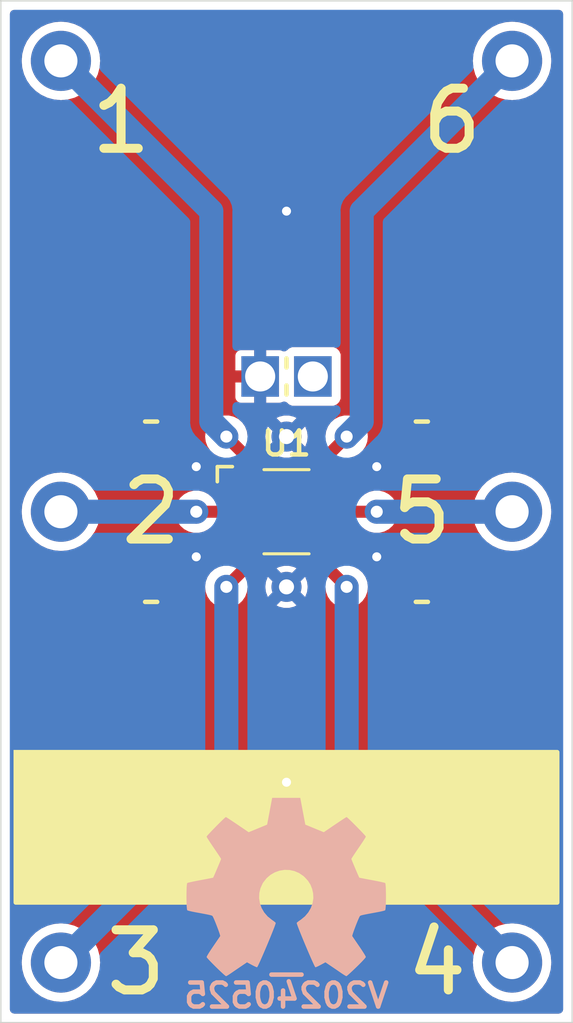
<source format=kicad_pcb>
(kicad_pcb (version 20221018) (generator pcbnew)
  (layers (0 "F.Cu" mixed) (31 "B.Cu" mixed) (34 "B.Paste" user) (35 "F.Paste" user) (36 "B.SilkS" user "B.Silkscreen") (37 "F.SilkS" user "F.Silkscreen") (38 "B.Mask" user) (39 "F.Mask" user) (44 "Edge.Cuts" user))
  (net 0 "")
  (net 1 "Net-(J1-Pin_1)")
  (net 2 "Net-(J2-Pin_1)")
  (net 3 "Net-(J3-Pin_1)")
  (net 4 "Net-(J4-Pin_1)")
  (net 5 "Net-(J5-Pin_1)")
  (net 6 "Net-(J6-Pin_1)")
  (net 7 "GND")
  (footprint "mill-max:PC_pin_nail_head_6092" (layer "F.Cu") (at 142 63)
    (fp_text reference "J1")
    (fp_text value "1" (at 2 2) (layer "F.SilkS") (effects (font (size 2 2) (thickness 0.3))))
    (pad "1" thru_hole circle locked (at 0 0) (size 2 2) (drill 1.1) (layers "*.Cu" "*.Mask") (net 1 "Net-(J1-Pin_1)"))
  )
  (footprint "mill-max:PC_pin_nail_head_6092" (layer "F.Cu") (at 142 78)
    (fp_text reference "J2")
    (fp_text value "2" (at 3 0) (layer "F.SilkS") (effects (font (size 2 2) (thickness 0.3))))
    (pad "1" thru_hole circle locked (at 0 0) (size 2 2) (drill 1.1) (layers "*.Cu" "*.Mask") (net 2 "Net-(J2-Pin_1)"))
  )
  (footprint "mill-max:PC_pin_nail_head_6092" (layer "F.Cu") (at 142 93)
    (fp_text reference "J3")
    (fp_text value "3" (at 2.5 0) (layer "F.SilkS") (effects (font (size 2 2) (thickness 0.3))))
    (pad "1" thru_hole circle locked (at 0 0) (size 2 2) (drill 1.1) (layers "*.Cu" "*.Mask") (net 3 "Net-(J3-Pin_1)"))
  )
  (footprint "mill-max:PC_pin_nail_head_6092" (layer "F.Cu") (at 157 78)
    (fp_text reference "J5")
    (fp_text value "5" (at -3 0) (layer "F.SilkS") (effects (font (size 2 2) (thickness 0.3))))
    (pad "1" thru_hole circle locked (at 0 0) (size 2 2) (drill 1.1) (layers "*.Cu" "*.Mask") (net 5 "Net-(J5-Pin_1)"))
  )
  (footprint "mill-max:PC_pin_nail_head_6092" (layer "F.Cu") (at 157 63)
    (fp_text reference "J6")
    (fp_text value "6" (at -2 2) (layer "F.SilkS") (effects (font (size 2 2) (thickness 0.3))))
    (pad "1" thru_hole circle locked (at 0 0) (size 2 2) (drill 1.1) (layers "*.Cu" "*.Mask") (net 6 "Net-(J6-Pin_1)"))
  )
  (footprint "mill-max:PC_pin_nail_head_6092" (layer "F.Cu") (at 157 93)
    (fp_text reference "J4")
    (fp_text value "4" (at -2.5 0) (layer "F.SilkS") (effects (font (size 2 2) (thickness 0.3))))
    (pad "1" thru_hole circle locked (at 0 0) (size 2 2) (drill 1.1) (layers "*.Cu" "*.Mask") (net 4 "Net-(J4-Pin_1)"))
  )
  (footprint "SquantorResistor:R_0805+0603" (layer "F.Cu") (at 145 81 90)
    (fp_text reference "R4" hide)
    (fp_text value "R" hide)
    (fp_line (start 0 -0.2) (end 0 0.2) (stroke (width 0.15)) (layer "F.SilkS"))
    (pad "1" smd roundrect (at -0.775 0 90) (size 1.05 1.3) (layers "F.Cu" "F.Paste" "F.Mask"))
    (pad "2" smd roundrect (at 0.775 0 90) (size 1.05 1.3) (layers "F.Cu" "F.Paste" "F.Mask"))
  )
  (footprint "SquantorCapacitor:C_0402+0603+0805+TH" (layer "F.Cu") (at 149.5 73.5)
    (fp_text reference "C1" hide)
    (fp_text value "C" hide)
    (fp_line (start 0 -0.6) (end 0 -0.3) (stroke (width 0.15)) (layer "F.SilkS"))
    (fp_line (start 0 0.6) (end 0 0.3) (stroke (width 0.15)) (layer "F.SilkS"))
    (pad "1" thru_hole rect (at -0.875 0) (size 1.25 1.35) (drill 1) (layers "*.Cu" "*.Mask") (net 7 "GND"))
    (pad "2" thru_hole rect (at 0.875 0) (size 1.25 1.35) (drill 1) (layers "*.Cu" "*.Mask"))
  )
  (footprint "SquantorResistor:R_0805+0603" (layer "F.Cu") (at 154 75 90)
    (fp_text reference "R2" hide)
    (fp_text value "R" hide)
    (fp_line (start 0 -0.2) (end 0 0.2) (stroke (width 0.15)) (layer "F.SilkS"))
    (pad "1" smd roundrect (at -0.775 0 90) (size 1.05 1.3) (layers "F.Cu" "F.Paste" "F.Mask"))
    (pad "2" smd roundrect (at 0.775 0 90) (size 1.05 1.3) (layers "F.Cu" "F.Paste" "F.Mask"))
  )
  (footprint "SquantorResistor:R_0805+0603" (layer "F.Cu") (at 154 81 90)
    (fp_text reference "R3" hide)
    (fp_text value "R" hide)
    (fp_line (start 0 -0.2) (end 0 0.2) (stroke (width 0.15)) (layer "F.SilkS"))
    (pad "1" smd roundrect (at -0.775 0 90) (size 1.05 1.3) (layers "F.Cu" "F.Paste" "F.Mask"))
    (pad "2" smd roundrect (at 0.775 0 90) (size 1.05 1.3) (layers "F.Cu" "F.Paste" "F.Mask"))
  )
  (footprint "SquantorResistor:R_0805+0603" (layer "F.Cu") (at 145 75 90)
    (fp_text reference "R1" hide)
    (fp_text value "R" hide)
    (fp_line (start 0 -0.2) (end 0 0.2) (stroke (width 0.15)) (layer "F.SilkS"))
    (pad "1" smd roundrect (at -0.775 0 90) (size 1.05 1.3) (layers "F.Cu" "F.Paste" "F.Mask"))
    (pad "2" smd roundrect (at 0.775 0 90) (size 1.05 1.3) (layers "F.Cu" "F.Paste" "F.Mask"))
  )
  (footprint "SquantorTestPoints:TestPoint_hole_H05R10_2side" (layer "F.Cu") (at 149.5 75.5)
    (fp_text reference "TP1" hide)
    (fp_text value "testpad" hide)
    (pad "1" thru_hole circle (at 0 0) (size 1 1) (drill 0.5) (layers "*.Cu" "*.Mask") (net 7 "GND"))
  )
  (footprint "SquantorTestPoints:TestPoint_hole_H05R10_2side" (layer "F.Cu") (at 149.5 80.5)
    (fp_text reference "TP2" hide)
    (fp_text value "testpad" hide)
    (pad "1" thru_hole circle (at 0 0) (size 1 1) (drill 0.5) (layers "*.Cu" "*.Mask") (net 7 "GND"))
  )
  (footprint "SquantorIC:SOT457_SC-74_SOT23-6_nexperia_hand" (layer "F.Cu") (at 149.5 78)
    (fp_text reference "U1" (at 0 -1.8) (layer "F.SilkS") (effects (font (size 0.8 0.8)) (justify bottom)))
    (fp_text value "generic_5pin_sot")
    (fp_line (start -2.3 -1.5) (end -2.3 -1) (stroke (width 0.12)) (layer "F.SilkS"))
    (fp_line (start -2.3 -1.5) (end -1.8 -1.5) (stroke (width 0.12)) (layer "F.SilkS"))
    (fp_line (start -0.75 -1.4) (end 0.75 -1.4) (stroke (width 0.1016)) (layer "F.SilkS"))
    (fp_line (start 0.75 1.4) (end -0.75 1.4) (stroke (width 0.1016)) (layer "F.SilkS"))
    (pad "1" smd rect (at -1.4 -0.95 270) (size 0.7 1.2) (layers "F.Cu" "F.Paste" "F.Mask") (net 1 "Net-(J1-Pin_1)"))
    (pad "2" smd rect (at -1.4 0 270) (size 0.7 1.2) (layers "F.Cu" "F.Paste" "F.Mask") (net 2 "Net-(J2-Pin_1)"))
    (pad "3" smd rect (at -1.4 0.95 270) (size 0.7 1.2) (layers "F.Cu" "F.Paste" "F.Mask") (net 3 "Net-(J3-Pin_1)"))
    (pad "4" smd rect (at 1.4 0.95 270) (size 0.7 1.2) (layers "F.Cu" "F.Paste" "F.Mask") (net 4 "Net-(J4-Pin_1)"))
    (pad "5" smd rect (at 1.4 0 270) (size 0.7 1.2) (layers "F.Cu" "F.Paste" "F.Mask") (net 5 "Net-(J5-Pin_1)"))
    (pad "6" smd rect (at 1.4 -0.95 270) (size 0.7 1.2) (layers "F.Cu" "F.Paste" "F.Mask") (net 6 "Net-(J6-Pin_1)"))
  )
  (footprint "Symbol:OSHW-Symbol_6.7x6mm_SilkScreen" (layer "B.Cu") (at 149.5 90.5 180)
    (fp_text reference "N2" hide)
    (fp_text value "OHWLOGO" hide)
    (fp_poly (pts (xy 0.555814 2.531069) (xy 0.639635 2.086445) (xy 0.94892 1.958947) (xy 1.258206 1.831449) (xy 1.629246 2.083754) (xy 1.733157 2.154004) (xy 1.827087 2.216728) (xy 1.906652 2.269062) (xy 1.96747 2.308143) (xy 2.005157 2.331107) (xy 2.015421 2.336058) (xy 2.03391 2.323324) (xy 2.07342 2.288118) (xy 2.129522 2.234938) (xy 2.197787 2.168282) (xy 2.273786 2.092646) (xy 2.353092 2.012528) (xy 2.431275 1.932426) (xy 2.503907 1.856836) (xy 2.566559 1.790255) (xy 2.614803 1.737182) (xy 2.64421 1.702113) (xy 2.651241 1.690377) (xy 2.641123 1.66874) (xy 2.612759 1.621338) (xy 2.569129 1.552807) (xy 2.513218 1.467785) (xy 2.448006 1.370907) (xy 2.410219 1.31565) (xy 2.341343 1.214752) (xy 2.28014 1.123701) (xy 2.229578 1.04703) (xy 2.192628 0.989272) (xy 2.172258 0.954957) (xy 2.169197 0.947746) (xy 2.176136 0.927252) (xy 2.195051 0.879487) (xy 2.223087 0.811168) (xy 2.257391 0.729011) (xy 2.295109 0.63973) (xy 2.333387 0.550042) (xy 2.36937 0.466662) (xy 2.400206 0.396306) (xy 2.423039 0.34569) (xy 2.435017 0.321529) (xy 2.435724 0.320578) (xy 2.454531 0.315964) (xy 2.504618 0.305672) (xy 2.580793 0.290713) (xy 2.677865 0.272099) (xy 2.790643 0.250841) (xy 2.856442 0.238582) (xy 2.97695 0.215638) (xy 3.085797 0.193805) (xy 3.177476 0.174278) (xy 3.246481 0.158252) (xy 3.287304 0.146921) (xy 3.295511 0.143326) (xy 3.303548 0.118994) (xy 3.310033 0.064041) (xy 3.31497 -0.015108) (xy 3.318364 -0.112026) (xy 3.320218 -0.220287) (xy 3.320538 -0.333465) (xy 3.319327 -0.445135) (xy 3.31659 -0.548868) (xy 3.312331 -0.638241) (xy 3.306555 -0.706826) (xy 3.299267 -0.748197) (xy 3.294895 -0.75681) (xy 3.268764 -0.767133) (xy 3.213393 -0.781892) (xy 3.136107 -0.799352) (xy 3.04423 -0.81778) (xy 3.012158 -0.823741) (xy 2.857524 -0.852066) (xy 2.735375 -0.874876) (xy 2.641673 -0.89308) (xy 2.572384 -0.907583) (xy 2.523471 -0.919292) (xy 2.490897 -0.929115) (xy 2.470628 -0.937956) (xy 2.458626 -0.946724) (xy 2.456947 -0.948457) (xy 2.440184 -0.976371) (xy 2.414614 -1.030695) (xy 2.382788 -1.104777) (xy 2.34726 -1.191965) (xy 2.310583 -1.285608) (xy 2.275311 -1.379052) (xy 2.243996 -1.465647) (xy 2.219193 -1.53874) (xy 2.203454 -1.591678) (xy 2.199332 -1.617811) (xy 2.199676 -1.618726) (xy 2.213641 -1.640086) (xy 2.245322 -1.687084) (xy 2.291391 -1.754827) (xy 2.348518 -1.838423) (xy 2.413373 -1.932982) (xy 2.431843 -1.959854) (xy 2.497699 -2.057275) (xy 2.55565 -2.146163) (xy 2.602538 -2.221412) (xy 2.635207 -2.27792) (xy 2.6505 -2.310581) (xy 2.651241 -2.314593) (xy 2.638392 -2.335684) (xy 2.602888 -2.377464) (xy 2.549293 -2.435445) (xy 2.482171 -2.505135) (xy 2.406087 -2.582045) (xy 2.325604 -2.661683) (xy 2.245287 -2.739561) (xy 2.169699 -2.811186) (xy 2.103405 -2.87207) (xy 2.050969 -2.917721) (xy 2.016955 -2.94365) (xy 2.007545 -2.947883) (xy 1.985643 -2.937912) (xy 1.9408 -2.91102) (xy 1.880321 -2.871736) (xy 1.833789 -2.840117) (xy 1.749475 -2.782098) (xy 1.649626 -2.713784) (xy 1.549473 -2.645579) (xy 1.495627 -2.609075) (xy 1.313371 -2.4858) (xy 1.160381 -2.56852) (xy 1.090682 -2.604759) (xy 1.031414 -2.632926) (xy 0.991311 -2.648991) (xy 0.981103 -2.651226) (xy 0.968829 -2.634722) (xy 0.944613 -2.588082) (xy 0.910263 -2.515609) (xy 0.867588 -2.421606) (xy 0.818394 -2.310374) (xy 0.76449 -2.186215) (xy 0.707684 -2.053432) (xy 0.649782 -1.916327) (xy 0.592593 -1.779202) (xy 0.537924 -1.646358) (xy 0.487584 -1.522098) (xy 0.44338 -1.410725) (xy 0.407119 -1.316539) (xy 0.380609 -1.243844) (xy 0.365658 -1.196941) (xy 0.363254 -1.180833) (xy 0.382311 -1.160286) (xy 0.424036 -1.126933) (xy 0.479706 -1.087702) (xy 0.484378 -1.084599) (xy 0.628264 -0.969423) (xy 0.744283 -0.835053) (xy 0.83143 -0.685784) (xy 0.888699 -0.525913) (xy 0.915086 -0.359737) (xy 0.909585 -0.191552) (xy 0.87119 -0.025655) (xy 0.798895 0.133658) (xy 0.777626 0.168513) (xy 0.666996 0.309263) (xy 0.536302 0.422286) (xy 0.390064 0.506997) (xy 0.232808 0.562806) (xy 0.069057 0.589126) (xy -0.096667 0.58537) (xy -0.259838 0.55095) (xy -0.415935 0.485277) (xy -0.560433 0.387765) (xy -0.605131 0.348187) (xy -0.718888 0.224297) (xy -0.801782 0.093876) (xy -0.858644 -0.052315) (xy -0.890313 -0.197088) (xy -0.898131 -0.35986) (xy -0.872062 -0.52344) (xy -0.814755 -0.682298) (xy -0.728856 -0.830906) (xy -0.617014 -0.963735) (xy -0.481877 -1.075256) (xy -0.464117 -1.087011) (xy -0.40785 -1.125508) (xy -0.365077 -1.158863) (xy -0.344628 -1.18016) (xy -0.344331 -1.180833) (xy -0.348721 -1.203871) (xy -0.366124 -1.256157) (xy -0.394732 -1.33339) (xy -0.432735 -1.431268) (xy -0.478326 -1.545491) (xy -0.529697 -1.671758) (xy -0.585038 -1.805767) (xy -0.642542 -1.943218) (xy -0.700399 -2.079808) (xy -0.756802 -2.211237) (xy -0.809942 -2.333205) (xy -0.85801 -2.441409) (xy -0.899199 -2.531549) (xy -0.931699 -2.599323) (xy -0.953703 -2.64043) (xy -0.962564 -2.651226) (xy -0.98964 -2.642819) (xy -1.040303 -2.620272) (xy -1.105817 -2.587613) (xy -1.141841 -2.56852) (xy -1.294832 -2.4858) (xy -1.477088 -2.609075) (xy -1.570125 -2.672228) (xy -1.671985 -2.741727) (xy -1.767438 -2.807165) (xy -1.81525 -2.840117) (xy -1.882495 -2.885273) (xy -1.939436 -2.921057) (xy -1.978646 -2.942938) (xy -1.991381 -2.947563) (xy -2.009917 -2.935085) (xy -2.050941 -2.900252) (xy -2.110475 -2.846678) (xy -2.184542 -2.777983) (xy -2.269165 -2.697781) (xy -2.322685 -2.646286) (xy -2.416319 -2.554286) (xy -2.497241 -2.471999) (xy -2.562177 -2.402945) (xy -2.607858 -2.350644) (xy -2.631011 -2.318616) (xy -2.633232 -2.312116) (xy -2.622924 -2.287394) (xy -2.594439 -2.237405) (xy -2.550937 -2.167212) (xy -2.495577 -2.081875) (xy -2.43152 -1.986456) (xy -2.413303 -1.959854) (xy -2.346927 -1.863167) (xy -2.287378 -1.776117) (xy -2.237984 -1.703595) (xy -2.202075 -1.650493) (xy -2.182981 -1.621703) (xy -2.181136 -1.618726) (xy -2.183895 -1.595782) (xy -2.198538 -1.545336) (xy -2.222513 -1.474041) (xy -2.253266 -1.388547) (xy -2.288244 -1.295507) (xy -2.324893 -1.201574) (xy -2.360661 -1.113399) (xy -2.392994 -1.037634) (xy -2.419338 -0.980931) (xy -2.437142 -0.949943) (xy -2.438407 -0.948457) (xy -2.449294 -0.939601) (xy -2.467682 -0.930843) (xy -2.497606 -0.921277) (xy -2.543103 -0.909996) (xy -2.608209 -0.896093) (xy -2.696961 -0.878663) (xy -2.813393 -0.856798) (xy -2.961542 -0.829591) (xy -2.993618 -0.823741) (xy -3.088686 -0.805374) (xy -3.171565 -0.787405) (xy -3.23493 -0.771569) (xy -3.271458 -0.7596) (xy -3.276356 -0.75681) (xy -3.284427 -0.732072) (xy -3.290987 -0.67679) (xy -3.296033 -0.597389) (xy -3.299559 -0.500296) (xy -3.301561 -0.391938) (xy -3.302036 -0.27874) (xy -3.300977 -0.167128) (xy -3.298382 -0.063529) (xy -3.294246 0.025632) (xy -3.288563 0.093928) (xy -3.281331 0.134934) (xy -3.276971 0.143326) (xy -3.252698 0.151792) (xy -3.197426 0.165565) (xy -3.116662 0.18345) (xy -3.015912 0.204252) (xy -2.900683 0.226777) (xy -2.837902 0.238582) (xy -2.718787 0.260849) (xy -2.612565 0.281021) (xy -2.524427 0.298085) (xy -2.459566 0.311031) (xy -2.423174 0.318845) (xy -2.417184 0.320578) (xy -2.407061 0.34011) (xy -2.385662 0.387157) (xy -2.355839 0.454997) (xy -2.320445 0.536909) (xy -2.282332 0.626172) (xy -2.244353 0.716065) (xy -2.20936 0.799865) (xy -2.180206 0.870853) (xy -2.159743 0.922306) (xy -2.150823 0.947503) (xy -2.150657 0.948604) (xy -2.160769 0.968481) (xy -2.189117 1.014223) (xy -2.232723 1.081283) (xy -2.288606 1.165116) (xy -2.353787 1.261174) (xy -2.391679 1.31635) (xy -2.460725 1.417519) (xy -2.52205 1.50937) (xy -2.572663 1.587256) (xy -2.609571 1.646531) (xy -2.629782 1.682549) (xy -2.632701 1.690623) (xy -2.620153 1.709416) (xy -2.585463 1.749543) (xy -2.533063 1.806507) (xy -2.467384 1.875815) (xy -2.392856 1.952969) (xy -2.313913 2.033475) (xy -2.234983 2.112837) (xy -2.1605 2.18656) (xy -2.094894 2.250148) (xy -2.042596 2.299106) (xy -2.008039 2.328939) (xy -1.996478 2.336058) (xy -1.977654 2.326047) (xy -1.932631 2.297922) (xy -1.865787 2.254546) (xy -1.781499 2.198782) (xy -1.684144 2.133494) (xy -1.610707 2.083754) (xy -1.239667 1.831449) (xy -0.621095 2.086445) (xy -0.537275 2.531069) (xy -0.453454 2.975693) (xy 0.471994 2.975693) (xy 0.555814 2.531069)) (stroke (width 0.01)) (fill solid) (layer "B.SilkS"))
  )
  (footprint "SquantorLabels:Label_Generic" (layer "B.Cu") (at 149.5 94)
    (fp_text reference "N1" hide)
    (fp_text value "V20240525" (at 0 0.1) (layer "B.SilkS") (effects (font (size 0.8 0.8)) (justify mirror)))
    (fp_line (start -0.5 -0.6) (end 0.5 -0.6) (stroke (width 0.15)) (layer "B.SilkS"))
  )
  (gr_rect (start 140.5 86) (end 158.5 91) (stroke (width 0.15)) (fill solid) (layer "F.SilkS"))
  (gr_line (start 140 95) (end 159 95) (stroke (width 0.05)) (layer "Edge.Cuts"))
  (gr_line (start 159 61) (end 159 95) (stroke (width 0.05)) (layer "Edge.Cuts"))
  (gr_line (start 159 61) (end 140 61) (stroke (width 0.05)) (layer "Edge.Cuts"))
  (gr_line (start 140 95) (end 140 61) (stroke (width 0.05)) (layer "Edge.Cuts"))
  (segment (start 148.1 76.1) (end 148.1 77.05) (width 0.4) (layer "F.Cu") (net 1))
  (segment (start 147.5 75.5) (end 148.1 76.1) (width 0.4) (layer "F.Cu") (net 1))
  (via (at 147.5 75.5) (size 0.8) (drill 0.4) (layers "F.Cu" "B.Cu") (net 1))
  (segment (start 147 75) (end 147 68) (width 0.8) (layer "B.Cu") (net 1))
  (segment (start 147 68) (end 142 63) (width 0.8) (layer "B.Cu") (net 1))
  (segment (start 147.5 75.5) (end 147 75) (width 0.8) (layer "B.Cu") (net 1))
  (segment (start 148.45 78) (end 146.5 78) (width 0.4) (layer "F.Cu") (net 2))
  (via (at 146.5 78) (size 0.8) (drill 0.4) (layers "F.Cu" "B.Cu") (net 2))
  (segment (start 142 78) (end 146.5 78) (width 0.8) (layer "B.Cu") (net 2))
  (segment (start 148.1 79.9) (end 148.1 78.95) (width 0.4) (layer "F.Cu") (net 3))
  (segment (start 147.5 80.5) (end 148.1 79.9) (width 0.4) (layer "F.Cu") (net 3))
  (via (at 147.5 80.5) (size 0.8) (drill 0.4) (layers "F.Cu" "B.Cu") (net 3))
  (segment (start 147.5 80.5) (end 147.5 87.5) (width 0.8) (layer "B.Cu") (net 3))
  (segment (start 147.5 87.5) (end 142 93) (width 0.8) (layer "B.Cu") (net 3))
  (segment (start 151.5 80.5) (end 150.9 79.9) (width 0.4) (layer "F.Cu") (net 4))
  (segment (start 150.9 79.9) (end 150.9 78.95) (width 0.4) (layer "F.Cu") (net 4))
  (via (at 151.5 80.5) (size 0.8) (drill 0.4) (layers "F.Cu" "B.Cu") (net 4))
  (segment (start 151.5 87.5) (end 157 93) (width 0.8) (layer "B.Cu") (net 4))
  (segment (start 151.5 80.5) (end 151.5 87.5) (width 0.8) (layer "B.Cu") (net 4))
  (segment (start 150.55 78) (end 152.5 78) (width 0.4) (layer "F.Cu") (net 5))
  (via (at 152.5 78) (size 0.8) (drill 0.4) (layers "F.Cu" "B.Cu") (net 5))
  (segment (start 157 78) (end 152.5 78) (width 0.8) (layer "B.Cu") (net 5))
  (segment (start 150.9 76.1) (end 150.9 77.05) (width 0.4) (layer "F.Cu") (net 6))
  (segment (start 151.5 75.5) (end 150.9 76.1) (width 0.4) (layer "F.Cu") (net 6))
  (via (at 151.5 75.5) (size 0.8) (drill 0.4) (layers "F.Cu" "B.Cu") (net 6))
  (segment (start 152 68) (end 157 63) (width 0.8) (layer "B.Cu") (net 6))
  (segment (start 152 75) (end 152 68) (width 0.8) (layer "B.Cu") (net 6))
  (segment (start 151.5 75.5) (end 152 75) (width 0.8) (layer "B.Cu") (net 6))
  (via (at 146.5 79.5) (size 0.7) (drill 0.3) (layers "F.Cu" "B.Cu") (net 7))
  (via (at 149.5 87) (size 0.7) (drill 0.3) (layers "F.Cu" "B.Cu") (net 7))
  (via (at 152.5 76.5) (size 0.7) (drill 0.3) (layers "F.Cu" "B.Cu") (net 7))
  (via (at 146.5 76.5) (size 0.7) (drill 0.3) (layers "F.Cu" "B.Cu") (net 7))
  (via (at 149.5 68) (size 0.7) (drill 0.3) (layers "F.Cu" "B.Cu") (net 7))
  (via (at 152.5 79.5) (size 0.7) (drill 0.3) (layers "F.Cu" "B.Cu") (net 7))
  (zone (net 7) (net_name "GND") (layers "F&B.Cu") (connect_pads (clearance 0.3)) (min_thickness 0.3) (fill yes (thermal_gap 0.2) (thermal_bridge_width 0.4))
    (polygon (pts (xy 140 61) (xy 159 61) (xy 159 95) (xy 140 95)))
  )
)
</source>
